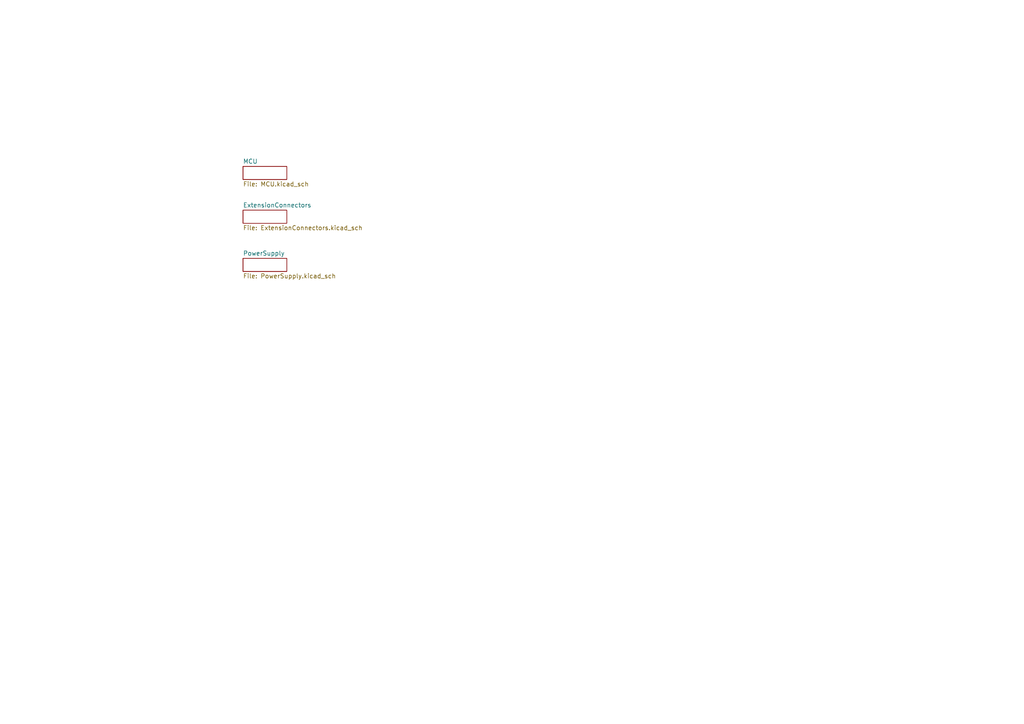
<source format=kicad_sch>
(kicad_sch
	(version 20250114)
	(generator "eeschema")
	(generator_version "9.0")
	(uuid "18f4643d-59cf-40d8-90af-99b4dbe1f32f")
	(paper "A4")
	(lib_symbols)
	(sheet
		(at 70.485 60.96)
		(size 12.7 3.81)
		(exclude_from_sim no)
		(in_bom yes)
		(on_board yes)
		(dnp no)
		(fields_autoplaced yes)
		(stroke
			(width 0.1524)
			(type solid)
		)
		(fill
			(color 0 0 0 0.0000)
		)
		(uuid "1c1c9109-bbf5-4eeb-85ca-4e2143208b10")
		(property "Sheetname" "ExtensionConnectors"
			(at 70.485 60.2484 0)
			(effects
				(font
					(size 1.27 1.27)
				)
				(justify left bottom)
			)
		)
		(property "Sheetfile" "ExtensionConnectors.kicad_sch"
			(at 70.485 65.3546 0)
			(effects
				(font
					(size 1.27 1.27)
				)
				(justify left top)
			)
		)
		(instances
			(project "DataProcessingUnit"
				(path "/18f4643d-59cf-40d8-90af-99b4dbe1f32f"
					(page "3")
				)
			)
		)
	)
	(sheet
		(at 70.485 74.93)
		(size 12.7 3.81)
		(exclude_from_sim no)
		(in_bom yes)
		(on_board yes)
		(dnp no)
		(fields_autoplaced yes)
		(stroke
			(width 0.1524)
			(type solid)
		)
		(fill
			(color 0 0 0 0.0000)
		)
		(uuid "3a4bab2f-13c9-4582-8461-46afa6c14ccd")
		(property "Sheetname" "PowerSupply"
			(at 70.485 74.2184 0)
			(effects
				(font
					(size 1.27 1.27)
				)
				(justify left bottom)
			)
		)
		(property "Sheetfile" "PowerSupply.kicad_sch"
			(at 70.485 79.3246 0)
			(effects
				(font
					(size 1.27 1.27)
				)
				(justify left top)
			)
		)
		(instances
			(project "DataProcessingUnit"
				(path "/18f4643d-59cf-40d8-90af-99b4dbe1f32f"
					(page "4")
				)
			)
		)
	)
	(sheet
		(at 70.485 48.26)
		(size 12.7 3.81)
		(exclude_from_sim no)
		(in_bom yes)
		(on_board yes)
		(dnp no)
		(fields_autoplaced yes)
		(stroke
			(width 0.1524)
			(type solid)
		)
		(fill
			(color 0 0 0 0.0000)
		)
		(uuid "9bdfab82-cef8-460c-a16e-388f6d900e76")
		(property "Sheetname" "MCU"
			(at 70.485 47.5484 0)
			(effects
				(font
					(size 1.27 1.27)
				)
				(justify left bottom)
			)
		)
		(property "Sheetfile" "MCU.kicad_sch"
			(at 70.485 52.6546 0)
			(effects
				(font
					(size 1.27 1.27)
				)
				(justify left top)
			)
		)
		(instances
			(project "DataProcessingUnit"
				(path "/18f4643d-59cf-40d8-90af-99b4dbe1f32f"
					(page "2")
				)
			)
		)
	)
	(sheet_instances
		(path "/"
			(page "1")
		)
	)
	(embedded_fonts no)
)

</source>
